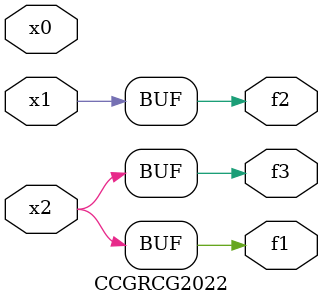
<source format=v>
module CCGRCG2022(
	input x0, x1, x2,
	output f1, f2, f3
);
	assign f1 = x2;
	assign f2 = x1;
	assign f3 = x2;
endmodule

</source>
